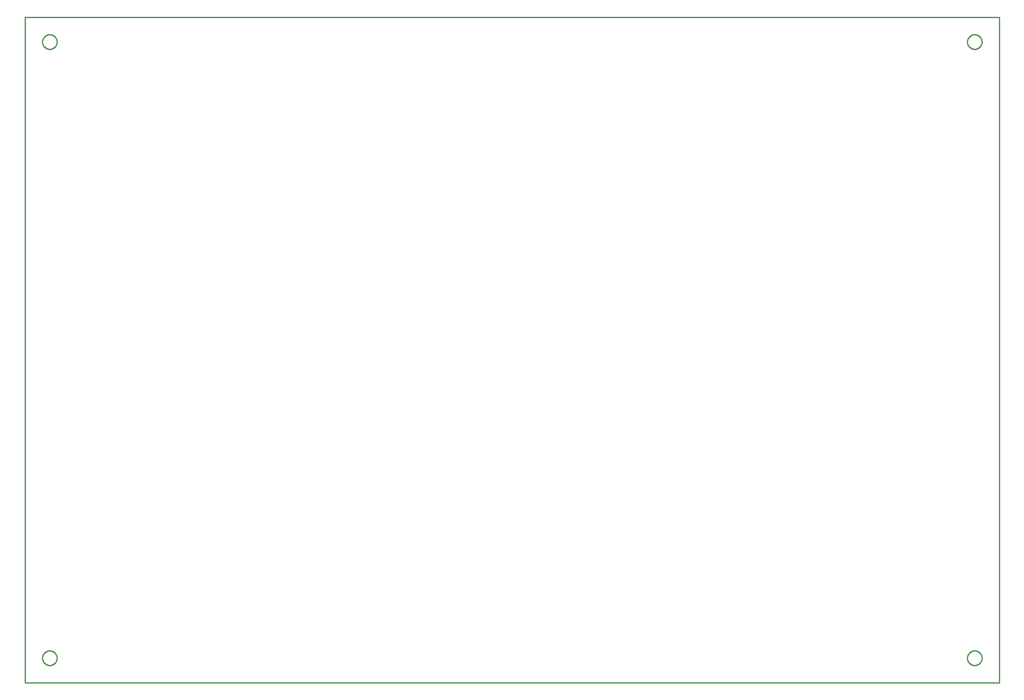
<source format=gbr>
G04 EAGLE Gerber RS-274X export*
G75*
%MOMM*%
%FSLAX34Y34*%
%LPD*%
%IN*%
%IPPOS*%
%AMOC8*
5,1,8,0,0,1.08239X$1,22.5*%
G01*
%ADD10C,0.254000*%


D10*
X0Y0D02*
X2006600Y0D01*
X2006600Y1371600D01*
X0Y1371600D01*
X0Y0D01*
X65800Y50264D02*
X65724Y49196D01*
X65571Y48135D01*
X65343Y47088D01*
X65041Y46060D01*
X64667Y45056D01*
X64222Y44081D01*
X63708Y43141D01*
X63129Y42240D01*
X62487Y41382D01*
X61785Y40572D01*
X61028Y39815D01*
X60218Y39113D01*
X59360Y38471D01*
X58459Y37892D01*
X57519Y37378D01*
X56544Y36933D01*
X55540Y36559D01*
X54512Y36257D01*
X53465Y36029D01*
X52404Y35876D01*
X51336Y35800D01*
X50264Y35800D01*
X49196Y35876D01*
X48135Y36029D01*
X47088Y36257D01*
X46060Y36559D01*
X45056Y36933D01*
X44081Y37378D01*
X43141Y37892D01*
X42240Y38471D01*
X41382Y39113D01*
X40572Y39815D01*
X39815Y40572D01*
X39113Y41382D01*
X38471Y42240D01*
X37892Y43141D01*
X37378Y44081D01*
X36933Y45056D01*
X36559Y46060D01*
X36257Y47088D01*
X36029Y48135D01*
X35876Y49196D01*
X35800Y50264D01*
X35800Y51336D01*
X35876Y52404D01*
X36029Y53465D01*
X36257Y54512D01*
X36559Y55540D01*
X36933Y56544D01*
X37378Y57519D01*
X37892Y58459D01*
X38471Y59360D01*
X39113Y60218D01*
X39815Y61028D01*
X40572Y61785D01*
X41382Y62487D01*
X42240Y63129D01*
X43141Y63708D01*
X44081Y64222D01*
X45056Y64667D01*
X46060Y65041D01*
X47088Y65343D01*
X48135Y65571D01*
X49196Y65724D01*
X50264Y65800D01*
X51336Y65800D01*
X52404Y65724D01*
X53465Y65571D01*
X54512Y65343D01*
X55540Y65041D01*
X56544Y64667D01*
X57519Y64222D01*
X58459Y63708D01*
X59360Y63129D01*
X60218Y62487D01*
X61028Y61785D01*
X61785Y61028D01*
X62487Y60218D01*
X63129Y59360D01*
X63708Y58459D01*
X64222Y57519D01*
X64667Y56544D01*
X65041Y55540D01*
X65343Y54512D01*
X65571Y53465D01*
X65724Y52404D01*
X65800Y51336D01*
X65800Y50264D01*
X65800Y1320264D02*
X65724Y1319196D01*
X65571Y1318135D01*
X65343Y1317088D01*
X65041Y1316060D01*
X64667Y1315056D01*
X64222Y1314081D01*
X63708Y1313141D01*
X63129Y1312240D01*
X62487Y1311382D01*
X61785Y1310572D01*
X61028Y1309815D01*
X60218Y1309113D01*
X59360Y1308471D01*
X58459Y1307892D01*
X57519Y1307378D01*
X56544Y1306933D01*
X55540Y1306559D01*
X54512Y1306257D01*
X53465Y1306029D01*
X52404Y1305876D01*
X51336Y1305800D01*
X50264Y1305800D01*
X49196Y1305876D01*
X48135Y1306029D01*
X47088Y1306257D01*
X46060Y1306559D01*
X45056Y1306933D01*
X44081Y1307378D01*
X43141Y1307892D01*
X42240Y1308471D01*
X41382Y1309113D01*
X40572Y1309815D01*
X39815Y1310572D01*
X39113Y1311382D01*
X38471Y1312240D01*
X37892Y1313141D01*
X37378Y1314081D01*
X36933Y1315056D01*
X36559Y1316060D01*
X36257Y1317088D01*
X36029Y1318135D01*
X35876Y1319196D01*
X35800Y1320264D01*
X35800Y1321336D01*
X35876Y1322404D01*
X36029Y1323465D01*
X36257Y1324512D01*
X36559Y1325540D01*
X36933Y1326544D01*
X37378Y1327519D01*
X37892Y1328459D01*
X38471Y1329360D01*
X39113Y1330218D01*
X39815Y1331028D01*
X40572Y1331785D01*
X41382Y1332487D01*
X42240Y1333129D01*
X43141Y1333708D01*
X44081Y1334222D01*
X45056Y1334667D01*
X46060Y1335041D01*
X47088Y1335343D01*
X48135Y1335571D01*
X49196Y1335724D01*
X50264Y1335800D01*
X51336Y1335800D01*
X52404Y1335724D01*
X53465Y1335571D01*
X54512Y1335343D01*
X55540Y1335041D01*
X56544Y1334667D01*
X57519Y1334222D01*
X58459Y1333708D01*
X59360Y1333129D01*
X60218Y1332487D01*
X61028Y1331785D01*
X61785Y1331028D01*
X62487Y1330218D01*
X63129Y1329360D01*
X63708Y1328459D01*
X64222Y1327519D01*
X64667Y1326544D01*
X65041Y1325540D01*
X65343Y1324512D01*
X65571Y1323465D01*
X65724Y1322404D01*
X65800Y1321336D01*
X65800Y1320264D01*
X1970800Y50264D02*
X1970724Y49196D01*
X1970571Y48135D01*
X1970343Y47088D01*
X1970041Y46060D01*
X1969667Y45056D01*
X1969222Y44081D01*
X1968708Y43141D01*
X1968129Y42240D01*
X1967487Y41382D01*
X1966785Y40572D01*
X1966028Y39815D01*
X1965218Y39113D01*
X1964360Y38471D01*
X1963459Y37892D01*
X1962519Y37378D01*
X1961544Y36933D01*
X1960540Y36559D01*
X1959512Y36257D01*
X1958465Y36029D01*
X1957404Y35876D01*
X1956336Y35800D01*
X1955264Y35800D01*
X1954196Y35876D01*
X1953135Y36029D01*
X1952088Y36257D01*
X1951060Y36559D01*
X1950056Y36933D01*
X1949081Y37378D01*
X1948141Y37892D01*
X1947240Y38471D01*
X1946382Y39113D01*
X1945572Y39815D01*
X1944815Y40572D01*
X1944113Y41382D01*
X1943471Y42240D01*
X1942892Y43141D01*
X1942378Y44081D01*
X1941933Y45056D01*
X1941559Y46060D01*
X1941257Y47088D01*
X1941029Y48135D01*
X1940876Y49196D01*
X1940800Y50264D01*
X1940800Y51336D01*
X1940876Y52404D01*
X1941029Y53465D01*
X1941257Y54512D01*
X1941559Y55540D01*
X1941933Y56544D01*
X1942378Y57519D01*
X1942892Y58459D01*
X1943471Y59360D01*
X1944113Y60218D01*
X1944815Y61028D01*
X1945572Y61785D01*
X1946382Y62487D01*
X1947240Y63129D01*
X1948141Y63708D01*
X1949081Y64222D01*
X1950056Y64667D01*
X1951060Y65041D01*
X1952088Y65343D01*
X1953135Y65571D01*
X1954196Y65724D01*
X1955264Y65800D01*
X1956336Y65800D01*
X1957404Y65724D01*
X1958465Y65571D01*
X1959512Y65343D01*
X1960540Y65041D01*
X1961544Y64667D01*
X1962519Y64222D01*
X1963459Y63708D01*
X1964360Y63129D01*
X1965218Y62487D01*
X1966028Y61785D01*
X1966785Y61028D01*
X1967487Y60218D01*
X1968129Y59360D01*
X1968708Y58459D01*
X1969222Y57519D01*
X1969667Y56544D01*
X1970041Y55540D01*
X1970343Y54512D01*
X1970571Y53465D01*
X1970724Y52404D01*
X1970800Y51336D01*
X1970800Y50264D01*
X1970800Y1320264D02*
X1970724Y1319196D01*
X1970571Y1318135D01*
X1970343Y1317088D01*
X1970041Y1316060D01*
X1969667Y1315056D01*
X1969222Y1314081D01*
X1968708Y1313141D01*
X1968129Y1312240D01*
X1967487Y1311382D01*
X1966785Y1310572D01*
X1966028Y1309815D01*
X1965218Y1309113D01*
X1964360Y1308471D01*
X1963459Y1307892D01*
X1962519Y1307378D01*
X1961544Y1306933D01*
X1960540Y1306559D01*
X1959512Y1306257D01*
X1958465Y1306029D01*
X1957404Y1305876D01*
X1956336Y1305800D01*
X1955264Y1305800D01*
X1954196Y1305876D01*
X1953135Y1306029D01*
X1952088Y1306257D01*
X1951060Y1306559D01*
X1950056Y1306933D01*
X1949081Y1307378D01*
X1948141Y1307892D01*
X1947240Y1308471D01*
X1946382Y1309113D01*
X1945572Y1309815D01*
X1944815Y1310572D01*
X1944113Y1311382D01*
X1943471Y1312240D01*
X1942892Y1313141D01*
X1942378Y1314081D01*
X1941933Y1315056D01*
X1941559Y1316060D01*
X1941257Y1317088D01*
X1941029Y1318135D01*
X1940876Y1319196D01*
X1940800Y1320264D01*
X1940800Y1321336D01*
X1940876Y1322404D01*
X1941029Y1323465D01*
X1941257Y1324512D01*
X1941559Y1325540D01*
X1941933Y1326544D01*
X1942378Y1327519D01*
X1942892Y1328459D01*
X1943471Y1329360D01*
X1944113Y1330218D01*
X1944815Y1331028D01*
X1945572Y1331785D01*
X1946382Y1332487D01*
X1947240Y1333129D01*
X1948141Y1333708D01*
X1949081Y1334222D01*
X1950056Y1334667D01*
X1951060Y1335041D01*
X1952088Y1335343D01*
X1953135Y1335571D01*
X1954196Y1335724D01*
X1955264Y1335800D01*
X1956336Y1335800D01*
X1957404Y1335724D01*
X1958465Y1335571D01*
X1959512Y1335343D01*
X1960540Y1335041D01*
X1961544Y1334667D01*
X1962519Y1334222D01*
X1963459Y1333708D01*
X1964360Y1333129D01*
X1965218Y1332487D01*
X1966028Y1331785D01*
X1966785Y1331028D01*
X1967487Y1330218D01*
X1968129Y1329360D01*
X1968708Y1328459D01*
X1969222Y1327519D01*
X1969667Y1326544D01*
X1970041Y1325540D01*
X1970343Y1324512D01*
X1970571Y1323465D01*
X1970724Y1322404D01*
X1970800Y1321336D01*
X1970800Y1320264D01*
M02*

</source>
